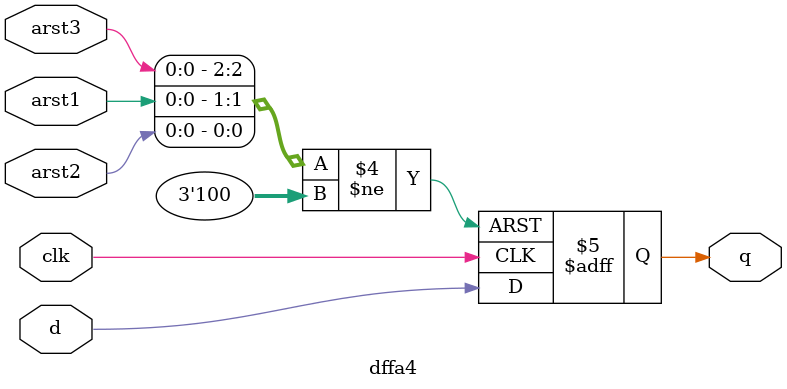
<source format=v>
module dffa4(clk, arst1, arst2, arst3, d, q);
input clk, arst1, arst2, arst3, d;
output reg q;
always @(posedge clk, posedge arst1, posedge arst2, negedge arst3) begin
	if (arst1)
		q <= 0;
	else if (arst2)
		q <= 0;
	else if (!arst3)
		q <= 0;
	else
		q <= d;
end
endmodule
</source>
